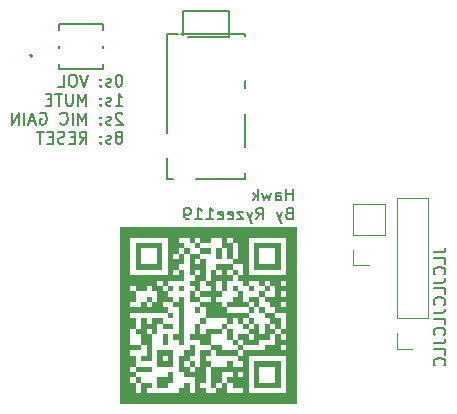
<source format=gbo>
G04 #@! TF.GenerationSoftware,KiCad,Pcbnew,8.0.2*
G04 #@! TF.CreationDate,2024-05-11T12:05:47+10:00*
G04 #@! TF.ProjectId,hawk,6861776b-2e6b-4696-9361-645f70636258,1*
G04 #@! TF.SameCoordinates,Original*
G04 #@! TF.FileFunction,Legend,Bot*
G04 #@! TF.FilePolarity,Positive*
%FSLAX46Y46*%
G04 Gerber Fmt 4.6, Leading zero omitted, Abs format (unit mm)*
G04 Created by KiCad (PCBNEW 8.0.2) date 2024-05-11 12:05:47*
%MOMM*%
%LPD*%
G01*
G04 APERTURE LIST*
%ADD10C,0.150000*%
%ADD11C,0.200000*%
%ADD12C,0.152400*%
%ADD13C,0.000000*%
%ADD14C,0.120000*%
%ADD15C,1.397000*%
%ADD16O,1.371600X2.006600*%
%ADD17C,3.200000*%
%ADD18R,1.700000X1.700000*%
%ADD19O,1.700000X1.700000*%
%ADD20R,1.244600X0.660400*%
G04 APERTURE END LIST*
D10*
X167779819Y-100825493D02*
X168494104Y-100825493D01*
X168494104Y-100825493D02*
X168636961Y-100777874D01*
X168636961Y-100777874D02*
X168732200Y-100682636D01*
X168732200Y-100682636D02*
X168779819Y-100539779D01*
X168779819Y-100539779D02*
X168779819Y-100444541D01*
X168779819Y-101777874D02*
X168779819Y-101301684D01*
X168779819Y-101301684D02*
X167779819Y-101301684D01*
X168684580Y-102682636D02*
X168732200Y-102635017D01*
X168732200Y-102635017D02*
X168779819Y-102492160D01*
X168779819Y-102492160D02*
X168779819Y-102396922D01*
X168779819Y-102396922D02*
X168732200Y-102254065D01*
X168732200Y-102254065D02*
X168636961Y-102158827D01*
X168636961Y-102158827D02*
X168541723Y-102111208D01*
X168541723Y-102111208D02*
X168351247Y-102063589D01*
X168351247Y-102063589D02*
X168208390Y-102063589D01*
X168208390Y-102063589D02*
X168017914Y-102111208D01*
X168017914Y-102111208D02*
X167922676Y-102158827D01*
X167922676Y-102158827D02*
X167827438Y-102254065D01*
X167827438Y-102254065D02*
X167779819Y-102396922D01*
X167779819Y-102396922D02*
X167779819Y-102492160D01*
X167779819Y-102492160D02*
X167827438Y-102635017D01*
X167827438Y-102635017D02*
X167875057Y-102682636D01*
X167779819Y-103396922D02*
X168494104Y-103396922D01*
X168494104Y-103396922D02*
X168636961Y-103349303D01*
X168636961Y-103349303D02*
X168732200Y-103254065D01*
X168732200Y-103254065D02*
X168779819Y-103111208D01*
X168779819Y-103111208D02*
X168779819Y-103015970D01*
X168779819Y-104349303D02*
X168779819Y-103873113D01*
X168779819Y-103873113D02*
X167779819Y-103873113D01*
X168684580Y-105254065D02*
X168732200Y-105206446D01*
X168732200Y-105206446D02*
X168779819Y-105063589D01*
X168779819Y-105063589D02*
X168779819Y-104968351D01*
X168779819Y-104968351D02*
X168732200Y-104825494D01*
X168732200Y-104825494D02*
X168636961Y-104730256D01*
X168636961Y-104730256D02*
X168541723Y-104682637D01*
X168541723Y-104682637D02*
X168351247Y-104635018D01*
X168351247Y-104635018D02*
X168208390Y-104635018D01*
X168208390Y-104635018D02*
X168017914Y-104682637D01*
X168017914Y-104682637D02*
X167922676Y-104730256D01*
X167922676Y-104730256D02*
X167827438Y-104825494D01*
X167827438Y-104825494D02*
X167779819Y-104968351D01*
X167779819Y-104968351D02*
X167779819Y-105063589D01*
X167779819Y-105063589D02*
X167827438Y-105206446D01*
X167827438Y-105206446D02*
X167875057Y-105254065D01*
X167779819Y-105968351D02*
X168494104Y-105968351D01*
X168494104Y-105968351D02*
X168636961Y-105920732D01*
X168636961Y-105920732D02*
X168732200Y-105825494D01*
X168732200Y-105825494D02*
X168779819Y-105682637D01*
X168779819Y-105682637D02*
X168779819Y-105587399D01*
X168779819Y-106920732D02*
X168779819Y-106444542D01*
X168779819Y-106444542D02*
X167779819Y-106444542D01*
X168684580Y-107825494D02*
X168732200Y-107777875D01*
X168732200Y-107777875D02*
X168779819Y-107635018D01*
X168779819Y-107635018D02*
X168779819Y-107539780D01*
X168779819Y-107539780D02*
X168732200Y-107396923D01*
X168732200Y-107396923D02*
X168636961Y-107301685D01*
X168636961Y-107301685D02*
X168541723Y-107254066D01*
X168541723Y-107254066D02*
X168351247Y-107206447D01*
X168351247Y-107206447D02*
X168208390Y-107206447D01*
X168208390Y-107206447D02*
X168017914Y-107254066D01*
X168017914Y-107254066D02*
X167922676Y-107301685D01*
X167922676Y-107301685D02*
X167827438Y-107396923D01*
X167827438Y-107396923D02*
X167779819Y-107539780D01*
X167779819Y-107539780D02*
X167779819Y-107635018D01*
X167779819Y-107635018D02*
X167827438Y-107777875D01*
X167827438Y-107777875D02*
X167875057Y-107825494D01*
X167779819Y-108539780D02*
X168494104Y-108539780D01*
X168494104Y-108539780D02*
X168636961Y-108492161D01*
X168636961Y-108492161D02*
X168732200Y-108396923D01*
X168732200Y-108396923D02*
X168779819Y-108254066D01*
X168779819Y-108254066D02*
X168779819Y-108158828D01*
X168779819Y-109492161D02*
X168779819Y-109015971D01*
X168779819Y-109015971D02*
X167779819Y-109015971D01*
X168684580Y-110396923D02*
X168732200Y-110349304D01*
X168732200Y-110349304D02*
X168779819Y-110206447D01*
X168779819Y-110206447D02*
X168779819Y-110111209D01*
X168779819Y-110111209D02*
X168732200Y-109968352D01*
X168732200Y-109968352D02*
X168636961Y-109873114D01*
X168636961Y-109873114D02*
X168541723Y-109825495D01*
X168541723Y-109825495D02*
X168351247Y-109777876D01*
X168351247Y-109777876D02*
X168208390Y-109777876D01*
X168208390Y-109777876D02*
X168017914Y-109825495D01*
X168017914Y-109825495D02*
X167922676Y-109873114D01*
X167922676Y-109873114D02*
X167827438Y-109968352D01*
X167827438Y-109968352D02*
X167779819Y-110111209D01*
X167779819Y-110111209D02*
X167779819Y-110206447D01*
X167779819Y-110206447D02*
X167827438Y-110349304D01*
X167827438Y-110349304D02*
X167875057Y-110396923D01*
X155875720Y-96428375D02*
X155875720Y-95428375D01*
X155875720Y-95904565D02*
X155304292Y-95904565D01*
X155304292Y-96428375D02*
X155304292Y-95428375D01*
X154399530Y-96428375D02*
X154399530Y-95904565D01*
X154399530Y-95904565D02*
X154447149Y-95809327D01*
X154447149Y-95809327D02*
X154542387Y-95761708D01*
X154542387Y-95761708D02*
X154732863Y-95761708D01*
X154732863Y-95761708D02*
X154828101Y-95809327D01*
X154399530Y-96380756D02*
X154494768Y-96428375D01*
X154494768Y-96428375D02*
X154732863Y-96428375D01*
X154732863Y-96428375D02*
X154828101Y-96380756D01*
X154828101Y-96380756D02*
X154875720Y-96285517D01*
X154875720Y-96285517D02*
X154875720Y-96190279D01*
X154875720Y-96190279D02*
X154828101Y-96095041D01*
X154828101Y-96095041D02*
X154732863Y-96047422D01*
X154732863Y-96047422D02*
X154494768Y-96047422D01*
X154494768Y-96047422D02*
X154399530Y-95999803D01*
X154018577Y-95761708D02*
X153828101Y-96428375D01*
X153828101Y-96428375D02*
X153637625Y-95952184D01*
X153637625Y-95952184D02*
X153447149Y-96428375D01*
X153447149Y-96428375D02*
X153256673Y-95761708D01*
X152875720Y-96428375D02*
X152875720Y-95428375D01*
X152780482Y-96047422D02*
X152494768Y-96428375D01*
X152494768Y-95761708D02*
X152875720Y-96142660D01*
X155542387Y-97514509D02*
X155399530Y-97562128D01*
X155399530Y-97562128D02*
X155351911Y-97609747D01*
X155351911Y-97609747D02*
X155304292Y-97704985D01*
X155304292Y-97704985D02*
X155304292Y-97847842D01*
X155304292Y-97847842D02*
X155351911Y-97943080D01*
X155351911Y-97943080D02*
X155399530Y-97990700D01*
X155399530Y-97990700D02*
X155494768Y-98038319D01*
X155494768Y-98038319D02*
X155875720Y-98038319D01*
X155875720Y-98038319D02*
X155875720Y-97038319D01*
X155875720Y-97038319D02*
X155542387Y-97038319D01*
X155542387Y-97038319D02*
X155447149Y-97085938D01*
X155447149Y-97085938D02*
X155399530Y-97133557D01*
X155399530Y-97133557D02*
X155351911Y-97228795D01*
X155351911Y-97228795D02*
X155351911Y-97324033D01*
X155351911Y-97324033D02*
X155399530Y-97419271D01*
X155399530Y-97419271D02*
X155447149Y-97466890D01*
X155447149Y-97466890D02*
X155542387Y-97514509D01*
X155542387Y-97514509D02*
X155875720Y-97514509D01*
X154970958Y-97371652D02*
X154732863Y-98038319D01*
X154494768Y-97371652D02*
X154732863Y-98038319D01*
X154732863Y-98038319D02*
X154828101Y-98276414D01*
X154828101Y-98276414D02*
X154875720Y-98324033D01*
X154875720Y-98324033D02*
X154970958Y-98371652D01*
X152780482Y-98038319D02*
X153113815Y-97562128D01*
X153351910Y-98038319D02*
X153351910Y-97038319D01*
X153351910Y-97038319D02*
X152970958Y-97038319D01*
X152970958Y-97038319D02*
X152875720Y-97085938D01*
X152875720Y-97085938D02*
X152828101Y-97133557D01*
X152828101Y-97133557D02*
X152780482Y-97228795D01*
X152780482Y-97228795D02*
X152780482Y-97371652D01*
X152780482Y-97371652D02*
X152828101Y-97466890D01*
X152828101Y-97466890D02*
X152875720Y-97514509D01*
X152875720Y-97514509D02*
X152970958Y-97562128D01*
X152970958Y-97562128D02*
X153351910Y-97562128D01*
X152447148Y-97371652D02*
X152209053Y-98038319D01*
X151970958Y-97371652D02*
X152209053Y-98038319D01*
X152209053Y-98038319D02*
X152304291Y-98276414D01*
X152304291Y-98276414D02*
X152351910Y-98324033D01*
X152351910Y-98324033D02*
X152447148Y-98371652D01*
X151685243Y-97371652D02*
X151161434Y-97371652D01*
X151161434Y-97371652D02*
X151685243Y-98038319D01*
X151685243Y-98038319D02*
X151161434Y-98038319D01*
X150399529Y-97990700D02*
X150494767Y-98038319D01*
X150494767Y-98038319D02*
X150685243Y-98038319D01*
X150685243Y-98038319D02*
X150780481Y-97990700D01*
X150780481Y-97990700D02*
X150828100Y-97895461D01*
X150828100Y-97895461D02*
X150828100Y-97514509D01*
X150828100Y-97514509D02*
X150780481Y-97419271D01*
X150780481Y-97419271D02*
X150685243Y-97371652D01*
X150685243Y-97371652D02*
X150494767Y-97371652D01*
X150494767Y-97371652D02*
X150399529Y-97419271D01*
X150399529Y-97419271D02*
X150351910Y-97514509D01*
X150351910Y-97514509D02*
X150351910Y-97609747D01*
X150351910Y-97609747D02*
X150828100Y-97704985D01*
X149542386Y-97990700D02*
X149637624Y-98038319D01*
X149637624Y-98038319D02*
X149828100Y-98038319D01*
X149828100Y-98038319D02*
X149923338Y-97990700D01*
X149923338Y-97990700D02*
X149970957Y-97895461D01*
X149970957Y-97895461D02*
X149970957Y-97514509D01*
X149970957Y-97514509D02*
X149923338Y-97419271D01*
X149923338Y-97419271D02*
X149828100Y-97371652D01*
X149828100Y-97371652D02*
X149637624Y-97371652D01*
X149637624Y-97371652D02*
X149542386Y-97419271D01*
X149542386Y-97419271D02*
X149494767Y-97514509D01*
X149494767Y-97514509D02*
X149494767Y-97609747D01*
X149494767Y-97609747D02*
X149970957Y-97704985D01*
X148542386Y-98038319D02*
X149113814Y-98038319D01*
X148828100Y-98038319D02*
X148828100Y-97038319D01*
X148828100Y-97038319D02*
X148923338Y-97181176D01*
X148923338Y-97181176D02*
X149018576Y-97276414D01*
X149018576Y-97276414D02*
X149113814Y-97324033D01*
X147590005Y-98038319D02*
X148161433Y-98038319D01*
X147875719Y-98038319D02*
X147875719Y-97038319D01*
X147875719Y-97038319D02*
X147970957Y-97181176D01*
X147970957Y-97181176D02*
X148066195Y-97276414D01*
X148066195Y-97276414D02*
X148161433Y-97324033D01*
X147113814Y-98038319D02*
X146923338Y-98038319D01*
X146923338Y-98038319D02*
X146828100Y-97990700D01*
X146828100Y-97990700D02*
X146780481Y-97943080D01*
X146780481Y-97943080D02*
X146685243Y-97800223D01*
X146685243Y-97800223D02*
X146637624Y-97609747D01*
X146637624Y-97609747D02*
X146637624Y-97228795D01*
X146637624Y-97228795D02*
X146685243Y-97133557D01*
X146685243Y-97133557D02*
X146732862Y-97085938D01*
X146732862Y-97085938D02*
X146828100Y-97038319D01*
X146828100Y-97038319D02*
X147018576Y-97038319D01*
X147018576Y-97038319D02*
X147113814Y-97085938D01*
X147113814Y-97085938D02*
X147161433Y-97133557D01*
X147161433Y-97133557D02*
X147209052Y-97228795D01*
X147209052Y-97228795D02*
X147209052Y-97466890D01*
X147209052Y-97466890D02*
X147161433Y-97562128D01*
X147161433Y-97562128D02*
X147113814Y-97609747D01*
X147113814Y-97609747D02*
X147018576Y-97657366D01*
X147018576Y-97657366D02*
X146828100Y-97657366D01*
X146828100Y-97657366D02*
X146732862Y-97609747D01*
X146732862Y-97609747D02*
X146685243Y-97562128D01*
X146685243Y-97562128D02*
X146637624Y-97466890D01*
D11*
X141189850Y-85787219D02*
X141094612Y-85787219D01*
X141094612Y-85787219D02*
X140999374Y-85834838D01*
X140999374Y-85834838D02*
X140951755Y-85882457D01*
X140951755Y-85882457D02*
X140904136Y-85977695D01*
X140904136Y-85977695D02*
X140856517Y-86168171D01*
X140856517Y-86168171D02*
X140856517Y-86406266D01*
X140856517Y-86406266D02*
X140904136Y-86596742D01*
X140904136Y-86596742D02*
X140951755Y-86691980D01*
X140951755Y-86691980D02*
X140999374Y-86739600D01*
X140999374Y-86739600D02*
X141094612Y-86787219D01*
X141094612Y-86787219D02*
X141189850Y-86787219D01*
X141189850Y-86787219D02*
X141285088Y-86739600D01*
X141285088Y-86739600D02*
X141332707Y-86691980D01*
X141332707Y-86691980D02*
X141380326Y-86596742D01*
X141380326Y-86596742D02*
X141427945Y-86406266D01*
X141427945Y-86406266D02*
X141427945Y-86168171D01*
X141427945Y-86168171D02*
X141380326Y-85977695D01*
X141380326Y-85977695D02*
X141332707Y-85882457D01*
X141332707Y-85882457D02*
X141285088Y-85834838D01*
X141285088Y-85834838D02*
X141189850Y-85787219D01*
X140475564Y-86739600D02*
X140380326Y-86787219D01*
X140380326Y-86787219D02*
X140189850Y-86787219D01*
X140189850Y-86787219D02*
X140094612Y-86739600D01*
X140094612Y-86739600D02*
X140046993Y-86644361D01*
X140046993Y-86644361D02*
X140046993Y-86596742D01*
X140046993Y-86596742D02*
X140094612Y-86501504D01*
X140094612Y-86501504D02*
X140189850Y-86453885D01*
X140189850Y-86453885D02*
X140332707Y-86453885D01*
X140332707Y-86453885D02*
X140427945Y-86406266D01*
X140427945Y-86406266D02*
X140475564Y-86311028D01*
X140475564Y-86311028D02*
X140475564Y-86263409D01*
X140475564Y-86263409D02*
X140427945Y-86168171D01*
X140427945Y-86168171D02*
X140332707Y-86120552D01*
X140332707Y-86120552D02*
X140189850Y-86120552D01*
X140189850Y-86120552D02*
X140094612Y-86168171D01*
X139618421Y-86691980D02*
X139570802Y-86739600D01*
X139570802Y-86739600D02*
X139618421Y-86787219D01*
X139618421Y-86787219D02*
X139666040Y-86739600D01*
X139666040Y-86739600D02*
X139618421Y-86691980D01*
X139618421Y-86691980D02*
X139618421Y-86787219D01*
X139618421Y-86168171D02*
X139570802Y-86215790D01*
X139570802Y-86215790D02*
X139618421Y-86263409D01*
X139618421Y-86263409D02*
X139666040Y-86215790D01*
X139666040Y-86215790D02*
X139618421Y-86168171D01*
X139618421Y-86168171D02*
X139618421Y-86263409D01*
X138523183Y-85787219D02*
X138189850Y-86787219D01*
X138189850Y-86787219D02*
X137856517Y-85787219D01*
X137332707Y-85787219D02*
X137142231Y-85787219D01*
X137142231Y-85787219D02*
X137046993Y-85834838D01*
X137046993Y-85834838D02*
X136951755Y-85930076D01*
X136951755Y-85930076D02*
X136904136Y-86120552D01*
X136904136Y-86120552D02*
X136904136Y-86453885D01*
X136904136Y-86453885D02*
X136951755Y-86644361D01*
X136951755Y-86644361D02*
X137046993Y-86739600D01*
X137046993Y-86739600D02*
X137142231Y-86787219D01*
X137142231Y-86787219D02*
X137332707Y-86787219D01*
X137332707Y-86787219D02*
X137427945Y-86739600D01*
X137427945Y-86739600D02*
X137523183Y-86644361D01*
X137523183Y-86644361D02*
X137570802Y-86453885D01*
X137570802Y-86453885D02*
X137570802Y-86120552D01*
X137570802Y-86120552D02*
X137523183Y-85930076D01*
X137523183Y-85930076D02*
X137427945Y-85834838D01*
X137427945Y-85834838D02*
X137332707Y-85787219D01*
X135999374Y-86787219D02*
X136475564Y-86787219D01*
X136475564Y-86787219D02*
X136475564Y-85787219D01*
X140856517Y-88397163D02*
X141427945Y-88397163D01*
X141142231Y-88397163D02*
X141142231Y-87397163D01*
X141142231Y-87397163D02*
X141237469Y-87540020D01*
X141237469Y-87540020D02*
X141332707Y-87635258D01*
X141332707Y-87635258D02*
X141427945Y-87682877D01*
X140475564Y-88349544D02*
X140380326Y-88397163D01*
X140380326Y-88397163D02*
X140189850Y-88397163D01*
X140189850Y-88397163D02*
X140094612Y-88349544D01*
X140094612Y-88349544D02*
X140046993Y-88254305D01*
X140046993Y-88254305D02*
X140046993Y-88206686D01*
X140046993Y-88206686D02*
X140094612Y-88111448D01*
X140094612Y-88111448D02*
X140189850Y-88063829D01*
X140189850Y-88063829D02*
X140332707Y-88063829D01*
X140332707Y-88063829D02*
X140427945Y-88016210D01*
X140427945Y-88016210D02*
X140475564Y-87920972D01*
X140475564Y-87920972D02*
X140475564Y-87873353D01*
X140475564Y-87873353D02*
X140427945Y-87778115D01*
X140427945Y-87778115D02*
X140332707Y-87730496D01*
X140332707Y-87730496D02*
X140189850Y-87730496D01*
X140189850Y-87730496D02*
X140094612Y-87778115D01*
X139618421Y-88301924D02*
X139570802Y-88349544D01*
X139570802Y-88349544D02*
X139618421Y-88397163D01*
X139618421Y-88397163D02*
X139666040Y-88349544D01*
X139666040Y-88349544D02*
X139618421Y-88301924D01*
X139618421Y-88301924D02*
X139618421Y-88397163D01*
X139618421Y-87778115D02*
X139570802Y-87825734D01*
X139570802Y-87825734D02*
X139618421Y-87873353D01*
X139618421Y-87873353D02*
X139666040Y-87825734D01*
X139666040Y-87825734D02*
X139618421Y-87778115D01*
X139618421Y-87778115D02*
X139618421Y-87873353D01*
X138380326Y-88397163D02*
X138380326Y-87397163D01*
X138380326Y-87397163D02*
X138046993Y-88111448D01*
X138046993Y-88111448D02*
X137713660Y-87397163D01*
X137713660Y-87397163D02*
X137713660Y-88397163D01*
X137237469Y-87397163D02*
X137237469Y-88206686D01*
X137237469Y-88206686D02*
X137189850Y-88301924D01*
X137189850Y-88301924D02*
X137142231Y-88349544D01*
X137142231Y-88349544D02*
X137046993Y-88397163D01*
X137046993Y-88397163D02*
X136856517Y-88397163D01*
X136856517Y-88397163D02*
X136761279Y-88349544D01*
X136761279Y-88349544D02*
X136713660Y-88301924D01*
X136713660Y-88301924D02*
X136666041Y-88206686D01*
X136666041Y-88206686D02*
X136666041Y-87397163D01*
X136332707Y-87397163D02*
X135761279Y-87397163D01*
X136046993Y-88397163D02*
X136046993Y-87397163D01*
X135427945Y-87873353D02*
X135094612Y-87873353D01*
X134951755Y-88397163D02*
X135427945Y-88397163D01*
X135427945Y-88397163D02*
X135427945Y-87397163D01*
X135427945Y-87397163D02*
X134951755Y-87397163D01*
X141427945Y-89102345D02*
X141380326Y-89054726D01*
X141380326Y-89054726D02*
X141285088Y-89007107D01*
X141285088Y-89007107D02*
X141046993Y-89007107D01*
X141046993Y-89007107D02*
X140951755Y-89054726D01*
X140951755Y-89054726D02*
X140904136Y-89102345D01*
X140904136Y-89102345D02*
X140856517Y-89197583D01*
X140856517Y-89197583D02*
X140856517Y-89292821D01*
X140856517Y-89292821D02*
X140904136Y-89435678D01*
X140904136Y-89435678D02*
X141475564Y-90007107D01*
X141475564Y-90007107D02*
X140856517Y-90007107D01*
X140475564Y-89959488D02*
X140380326Y-90007107D01*
X140380326Y-90007107D02*
X140189850Y-90007107D01*
X140189850Y-90007107D02*
X140094612Y-89959488D01*
X140094612Y-89959488D02*
X140046993Y-89864249D01*
X140046993Y-89864249D02*
X140046993Y-89816630D01*
X140046993Y-89816630D02*
X140094612Y-89721392D01*
X140094612Y-89721392D02*
X140189850Y-89673773D01*
X140189850Y-89673773D02*
X140332707Y-89673773D01*
X140332707Y-89673773D02*
X140427945Y-89626154D01*
X140427945Y-89626154D02*
X140475564Y-89530916D01*
X140475564Y-89530916D02*
X140475564Y-89483297D01*
X140475564Y-89483297D02*
X140427945Y-89388059D01*
X140427945Y-89388059D02*
X140332707Y-89340440D01*
X140332707Y-89340440D02*
X140189850Y-89340440D01*
X140189850Y-89340440D02*
X140094612Y-89388059D01*
X139618421Y-89911868D02*
X139570802Y-89959488D01*
X139570802Y-89959488D02*
X139618421Y-90007107D01*
X139618421Y-90007107D02*
X139666040Y-89959488D01*
X139666040Y-89959488D02*
X139618421Y-89911868D01*
X139618421Y-89911868D02*
X139618421Y-90007107D01*
X139618421Y-89388059D02*
X139570802Y-89435678D01*
X139570802Y-89435678D02*
X139618421Y-89483297D01*
X139618421Y-89483297D02*
X139666040Y-89435678D01*
X139666040Y-89435678D02*
X139618421Y-89388059D01*
X139618421Y-89388059D02*
X139618421Y-89483297D01*
X138380326Y-90007107D02*
X138380326Y-89007107D01*
X138380326Y-89007107D02*
X138046993Y-89721392D01*
X138046993Y-89721392D02*
X137713660Y-89007107D01*
X137713660Y-89007107D02*
X137713660Y-90007107D01*
X137237469Y-90007107D02*
X137237469Y-89007107D01*
X136189851Y-89911868D02*
X136237470Y-89959488D01*
X136237470Y-89959488D02*
X136380327Y-90007107D01*
X136380327Y-90007107D02*
X136475565Y-90007107D01*
X136475565Y-90007107D02*
X136618422Y-89959488D01*
X136618422Y-89959488D02*
X136713660Y-89864249D01*
X136713660Y-89864249D02*
X136761279Y-89769011D01*
X136761279Y-89769011D02*
X136808898Y-89578535D01*
X136808898Y-89578535D02*
X136808898Y-89435678D01*
X136808898Y-89435678D02*
X136761279Y-89245202D01*
X136761279Y-89245202D02*
X136713660Y-89149964D01*
X136713660Y-89149964D02*
X136618422Y-89054726D01*
X136618422Y-89054726D02*
X136475565Y-89007107D01*
X136475565Y-89007107D02*
X136380327Y-89007107D01*
X136380327Y-89007107D02*
X136237470Y-89054726D01*
X136237470Y-89054726D02*
X136189851Y-89102345D01*
X134475565Y-89054726D02*
X134570803Y-89007107D01*
X134570803Y-89007107D02*
X134713660Y-89007107D01*
X134713660Y-89007107D02*
X134856517Y-89054726D01*
X134856517Y-89054726D02*
X134951755Y-89149964D01*
X134951755Y-89149964D02*
X134999374Y-89245202D01*
X134999374Y-89245202D02*
X135046993Y-89435678D01*
X135046993Y-89435678D02*
X135046993Y-89578535D01*
X135046993Y-89578535D02*
X134999374Y-89769011D01*
X134999374Y-89769011D02*
X134951755Y-89864249D01*
X134951755Y-89864249D02*
X134856517Y-89959488D01*
X134856517Y-89959488D02*
X134713660Y-90007107D01*
X134713660Y-90007107D02*
X134618422Y-90007107D01*
X134618422Y-90007107D02*
X134475565Y-89959488D01*
X134475565Y-89959488D02*
X134427946Y-89911868D01*
X134427946Y-89911868D02*
X134427946Y-89578535D01*
X134427946Y-89578535D02*
X134618422Y-89578535D01*
X134046993Y-89721392D02*
X133570803Y-89721392D01*
X134142231Y-90007107D02*
X133808898Y-89007107D01*
X133808898Y-89007107D02*
X133475565Y-90007107D01*
X133142231Y-90007107D02*
X133142231Y-89007107D01*
X132666041Y-90007107D02*
X132666041Y-89007107D01*
X132666041Y-89007107D02*
X132094613Y-90007107D01*
X132094613Y-90007107D02*
X132094613Y-89007107D01*
X141237469Y-91045622D02*
X141332707Y-90998003D01*
X141332707Y-90998003D02*
X141380326Y-90950384D01*
X141380326Y-90950384D02*
X141427945Y-90855146D01*
X141427945Y-90855146D02*
X141427945Y-90807527D01*
X141427945Y-90807527D02*
X141380326Y-90712289D01*
X141380326Y-90712289D02*
X141332707Y-90664670D01*
X141332707Y-90664670D02*
X141237469Y-90617051D01*
X141237469Y-90617051D02*
X141046993Y-90617051D01*
X141046993Y-90617051D02*
X140951755Y-90664670D01*
X140951755Y-90664670D02*
X140904136Y-90712289D01*
X140904136Y-90712289D02*
X140856517Y-90807527D01*
X140856517Y-90807527D02*
X140856517Y-90855146D01*
X140856517Y-90855146D02*
X140904136Y-90950384D01*
X140904136Y-90950384D02*
X140951755Y-90998003D01*
X140951755Y-90998003D02*
X141046993Y-91045622D01*
X141046993Y-91045622D02*
X141237469Y-91045622D01*
X141237469Y-91045622D02*
X141332707Y-91093241D01*
X141332707Y-91093241D02*
X141380326Y-91140860D01*
X141380326Y-91140860D02*
X141427945Y-91236098D01*
X141427945Y-91236098D02*
X141427945Y-91426574D01*
X141427945Y-91426574D02*
X141380326Y-91521812D01*
X141380326Y-91521812D02*
X141332707Y-91569432D01*
X141332707Y-91569432D02*
X141237469Y-91617051D01*
X141237469Y-91617051D02*
X141046993Y-91617051D01*
X141046993Y-91617051D02*
X140951755Y-91569432D01*
X140951755Y-91569432D02*
X140904136Y-91521812D01*
X140904136Y-91521812D02*
X140856517Y-91426574D01*
X140856517Y-91426574D02*
X140856517Y-91236098D01*
X140856517Y-91236098D02*
X140904136Y-91140860D01*
X140904136Y-91140860D02*
X140951755Y-91093241D01*
X140951755Y-91093241D02*
X141046993Y-91045622D01*
X140475564Y-91569432D02*
X140380326Y-91617051D01*
X140380326Y-91617051D02*
X140189850Y-91617051D01*
X140189850Y-91617051D02*
X140094612Y-91569432D01*
X140094612Y-91569432D02*
X140046993Y-91474193D01*
X140046993Y-91474193D02*
X140046993Y-91426574D01*
X140046993Y-91426574D02*
X140094612Y-91331336D01*
X140094612Y-91331336D02*
X140189850Y-91283717D01*
X140189850Y-91283717D02*
X140332707Y-91283717D01*
X140332707Y-91283717D02*
X140427945Y-91236098D01*
X140427945Y-91236098D02*
X140475564Y-91140860D01*
X140475564Y-91140860D02*
X140475564Y-91093241D01*
X140475564Y-91093241D02*
X140427945Y-90998003D01*
X140427945Y-90998003D02*
X140332707Y-90950384D01*
X140332707Y-90950384D02*
X140189850Y-90950384D01*
X140189850Y-90950384D02*
X140094612Y-90998003D01*
X139618421Y-91521812D02*
X139570802Y-91569432D01*
X139570802Y-91569432D02*
X139618421Y-91617051D01*
X139618421Y-91617051D02*
X139666040Y-91569432D01*
X139666040Y-91569432D02*
X139618421Y-91521812D01*
X139618421Y-91521812D02*
X139618421Y-91617051D01*
X139618421Y-90998003D02*
X139570802Y-91045622D01*
X139570802Y-91045622D02*
X139618421Y-91093241D01*
X139618421Y-91093241D02*
X139666040Y-91045622D01*
X139666040Y-91045622D02*
X139618421Y-90998003D01*
X139618421Y-90998003D02*
X139618421Y-91093241D01*
X137808898Y-91617051D02*
X138142231Y-91140860D01*
X138380326Y-91617051D02*
X138380326Y-90617051D01*
X138380326Y-90617051D02*
X137999374Y-90617051D01*
X137999374Y-90617051D02*
X137904136Y-90664670D01*
X137904136Y-90664670D02*
X137856517Y-90712289D01*
X137856517Y-90712289D02*
X137808898Y-90807527D01*
X137808898Y-90807527D02*
X137808898Y-90950384D01*
X137808898Y-90950384D02*
X137856517Y-91045622D01*
X137856517Y-91045622D02*
X137904136Y-91093241D01*
X137904136Y-91093241D02*
X137999374Y-91140860D01*
X137999374Y-91140860D02*
X138380326Y-91140860D01*
X137380326Y-91093241D02*
X137046993Y-91093241D01*
X136904136Y-91617051D02*
X137380326Y-91617051D01*
X137380326Y-91617051D02*
X137380326Y-90617051D01*
X137380326Y-90617051D02*
X136904136Y-90617051D01*
X136523183Y-91569432D02*
X136380326Y-91617051D01*
X136380326Y-91617051D02*
X136142231Y-91617051D01*
X136142231Y-91617051D02*
X136046993Y-91569432D01*
X136046993Y-91569432D02*
X135999374Y-91521812D01*
X135999374Y-91521812D02*
X135951755Y-91426574D01*
X135951755Y-91426574D02*
X135951755Y-91331336D01*
X135951755Y-91331336D02*
X135999374Y-91236098D01*
X135999374Y-91236098D02*
X136046993Y-91188479D01*
X136046993Y-91188479D02*
X136142231Y-91140860D01*
X136142231Y-91140860D02*
X136332707Y-91093241D01*
X136332707Y-91093241D02*
X136427945Y-91045622D01*
X136427945Y-91045622D02*
X136475564Y-90998003D01*
X136475564Y-90998003D02*
X136523183Y-90902765D01*
X136523183Y-90902765D02*
X136523183Y-90807527D01*
X136523183Y-90807527D02*
X136475564Y-90712289D01*
X136475564Y-90712289D02*
X136427945Y-90664670D01*
X136427945Y-90664670D02*
X136332707Y-90617051D01*
X136332707Y-90617051D02*
X136094612Y-90617051D01*
X136094612Y-90617051D02*
X135951755Y-90664670D01*
X135523183Y-91093241D02*
X135189850Y-91093241D01*
X135046993Y-91617051D02*
X135523183Y-91617051D01*
X135523183Y-91617051D02*
X135523183Y-90617051D01*
X135523183Y-90617051D02*
X135046993Y-90617051D01*
X134761278Y-90617051D02*
X134189850Y-90617051D01*
X134475564Y-91617051D02*
X134475564Y-90617051D01*
D12*
X151776600Y-82536141D02*
X151776600Y-82373000D01*
X151776600Y-86921161D02*
X151776600Y-85063859D01*
X151776600Y-91921161D02*
X151776600Y-89078838D01*
X151776600Y-94615800D02*
X151776600Y-94078838D01*
X147673880Y-94615800D02*
X151776600Y-94615800D01*
X150430400Y-82627000D02*
X150430400Y-80366400D01*
X146983112Y-82627000D02*
X150430400Y-82627000D01*
X150430400Y-80366400D02*
X146569600Y-80366400D01*
X146569600Y-80366400D02*
X146569600Y-82400289D01*
X151776600Y-82373000D02*
X146435399Y-82373000D01*
X145223400Y-94615800D02*
X145726121Y-94615800D01*
X146164599Y-82373000D02*
X145223400Y-82373000D01*
X145223400Y-82373000D02*
X145223400Y-90721161D01*
X145223400Y-92878838D02*
X145223400Y-94615800D01*
D13*
G36*
X143938323Y-110723311D02*
G01*
X143938323Y-110950677D01*
X143256226Y-110950677D01*
X142574129Y-110950677D01*
X142574129Y-110723311D01*
X142574129Y-110495945D01*
X143256226Y-110495945D01*
X143938323Y-110495945D01*
X143938323Y-110723311D01*
G37*
G36*
X143028860Y-111632774D02*
G01*
X143028860Y-111860140D01*
X142801494Y-111860140D01*
X142574129Y-111860140D01*
X142574129Y-111632774D01*
X142574129Y-111405408D01*
X142801494Y-111405408D01*
X143028860Y-111405408D01*
X143028860Y-111632774D01*
G37*
G36*
X143938323Y-104811802D02*
G01*
X143938323Y-105039168D01*
X143710957Y-105039168D01*
X143483592Y-105039168D01*
X143483592Y-104811802D01*
X143483592Y-104584436D01*
X143710957Y-104584436D01*
X143938323Y-104584436D01*
X143938323Y-104811802D01*
G37*
G36*
X145302518Y-108222288D02*
G01*
X145302518Y-108677020D01*
X145075152Y-108677020D01*
X144847786Y-108677020D01*
X144847786Y-108222288D01*
X144847786Y-107767557D01*
X145075152Y-107767557D01*
X145302518Y-107767557D01*
X145302518Y-108222288D01*
G37*
G36*
X145757249Y-103902339D02*
G01*
X145757249Y-104129705D01*
X145529883Y-104129705D01*
X145302518Y-104129705D01*
X145302518Y-103902339D01*
X145302518Y-103674974D01*
X145529883Y-103674974D01*
X145757249Y-103674974D01*
X145757249Y-103902339D01*
G37*
G36*
X145757249Y-106175997D02*
G01*
X145757249Y-106403362D01*
X145529883Y-106403362D01*
X145302518Y-106403362D01*
X145302518Y-106175997D01*
X145302518Y-105948631D01*
X145529883Y-105948631D01*
X145757249Y-105948631D01*
X145757249Y-106175997D01*
G37*
G36*
X146666712Y-103902339D02*
G01*
X146666712Y-104129705D01*
X146439346Y-104129705D01*
X146211980Y-104129705D01*
X146211980Y-103902339D01*
X146211980Y-103674974D01*
X146439346Y-103674974D01*
X146666712Y-103674974D01*
X146666712Y-103902339D01*
G37*
G36*
X147576175Y-110268580D02*
G01*
X147576175Y-110495945D01*
X147348809Y-110495945D01*
X147121443Y-110495945D01*
X147121443Y-110268580D01*
X147121443Y-110041214D01*
X147348809Y-110041214D01*
X147576175Y-110041214D01*
X147576175Y-110268580D01*
G37*
G36*
X148030906Y-105721265D02*
G01*
X148030906Y-105948631D01*
X147803541Y-105948631D01*
X147576175Y-105948631D01*
X147576175Y-105721265D01*
X147576175Y-105493899D01*
X147803541Y-105493899D01*
X148030906Y-105493899D01*
X148030906Y-105721265D01*
G37*
G36*
X148485638Y-106630728D02*
G01*
X148485638Y-106858094D01*
X148258272Y-106858094D01*
X148030906Y-106858094D01*
X148030906Y-106630728D01*
X148030906Y-106403362D01*
X148258272Y-106403362D01*
X148485638Y-106403362D01*
X148485638Y-106630728D01*
G37*
G36*
X149849832Y-100946585D02*
G01*
X149849832Y-101401316D01*
X149622466Y-101401316D01*
X149395101Y-101401316D01*
X149395101Y-100946585D01*
X149395101Y-100491853D01*
X149622466Y-100491853D01*
X149849832Y-100491853D01*
X149849832Y-100946585D01*
G37*
G36*
X152123489Y-107085459D02*
G01*
X152123489Y-107312825D01*
X151896124Y-107312825D01*
X151668758Y-107312825D01*
X151668758Y-107085459D01*
X151668758Y-106858094D01*
X151896124Y-106858094D01*
X152123489Y-106858094D01*
X152123489Y-107085459D01*
G37*
G36*
X152578221Y-103902339D02*
G01*
X152578221Y-104129705D01*
X152350855Y-104129705D01*
X152123489Y-104129705D01*
X152123489Y-103902339D01*
X152123489Y-103674974D01*
X152350855Y-103674974D01*
X152578221Y-103674974D01*
X152578221Y-103902339D01*
G37*
G36*
X152578221Y-105721265D02*
G01*
X152578221Y-105948631D01*
X152350855Y-105948631D01*
X152123489Y-105948631D01*
X152123489Y-105721265D01*
X152123489Y-105493899D01*
X152350855Y-105493899D01*
X152578221Y-105493899D01*
X152578221Y-105721265D01*
G37*
G36*
X152578221Y-106630728D02*
G01*
X152578221Y-106858094D01*
X152350855Y-106858094D01*
X152123489Y-106858094D01*
X152123489Y-106630728D01*
X152123489Y-106403362D01*
X152350855Y-106403362D01*
X152578221Y-106403362D01*
X152578221Y-106630728D01*
G37*
G36*
X153487684Y-104357071D02*
G01*
X153487684Y-104584436D01*
X153260318Y-104584436D01*
X153032952Y-104584436D01*
X153032952Y-104357071D01*
X153032952Y-104129705D01*
X153260318Y-104129705D01*
X153487684Y-104129705D01*
X153487684Y-104357071D01*
G37*
G36*
X153942415Y-103902339D02*
G01*
X153942415Y-104129705D01*
X153715049Y-104129705D01*
X153487684Y-104129705D01*
X153487684Y-103902339D01*
X153487684Y-103674974D01*
X153715049Y-103674974D01*
X153942415Y-103674974D01*
X153942415Y-103902339D01*
G37*
G36*
X145757249Y-111405408D02*
G01*
X145757249Y-111860140D01*
X145529883Y-111860140D01*
X145302518Y-111860140D01*
X145302518Y-112087506D01*
X145302518Y-112314871D01*
X144847786Y-112314871D01*
X144393055Y-112314871D01*
X144393055Y-111860140D01*
X144393055Y-111405408D01*
X144847786Y-111405408D01*
X145302518Y-111405408D01*
X145302518Y-111178043D01*
X145302518Y-110950677D01*
X145529883Y-110950677D01*
X145757249Y-110950677D01*
X145757249Y-111405408D01*
G37*
G36*
X144821801Y-101173951D02*
G01*
X144821801Y-102284795D01*
X143710957Y-102284795D01*
X142600113Y-102284795D01*
X142600113Y-101173951D01*
X142600113Y-100491853D01*
X143028860Y-100491853D01*
X143028860Y-101173951D01*
X143028860Y-101856048D01*
X143710957Y-101856048D01*
X144393055Y-101856048D01*
X144393055Y-101173951D01*
X144393055Y-100491853D01*
X143710957Y-100491853D01*
X143028860Y-100491853D01*
X142600113Y-100491853D01*
X142600113Y-100063107D01*
X143710957Y-100063107D01*
X144821801Y-100063107D01*
X144821801Y-100491853D01*
X144821801Y-101173951D01*
G37*
G36*
X145757249Y-109813848D02*
G01*
X145757249Y-110495945D01*
X145075152Y-110495945D01*
X144393055Y-110495945D01*
X144393055Y-109813848D01*
X144393055Y-109586482D01*
X144847786Y-109586482D01*
X144847786Y-109813848D01*
X144847786Y-110041214D01*
X145075152Y-110041214D01*
X145302518Y-110041214D01*
X145302518Y-109813848D01*
X145302518Y-109586482D01*
X145075152Y-109586482D01*
X144847786Y-109586482D01*
X144393055Y-109586482D01*
X144393055Y-109131751D01*
X145075152Y-109131751D01*
X145757249Y-109131751D01*
X145757249Y-109586482D01*
X145757249Y-109813848D01*
G37*
G36*
X154825893Y-101173951D02*
G01*
X154825893Y-102284795D01*
X153715049Y-102284795D01*
X152604205Y-102284795D01*
X152604205Y-101173951D01*
X152604205Y-100491853D01*
X153032952Y-100491853D01*
X153032952Y-101173951D01*
X153032952Y-101856048D01*
X153715049Y-101856048D01*
X154397147Y-101856048D01*
X154397147Y-101173951D01*
X154397147Y-100491853D01*
X153715049Y-100491853D01*
X153032952Y-100491853D01*
X152604205Y-100491853D01*
X152604205Y-100063107D01*
X153715049Y-100063107D01*
X154825893Y-100063107D01*
X154825893Y-100491853D01*
X154825893Y-101173951D01*
G37*
G36*
X154825893Y-111178043D02*
G01*
X154825893Y-112288887D01*
X153715049Y-112288887D01*
X152604205Y-112288887D01*
X152604205Y-111178043D01*
X152604205Y-110495945D01*
X153032952Y-110495945D01*
X153032952Y-111178043D01*
X153032952Y-111860140D01*
X153715049Y-111860140D01*
X154397147Y-111860140D01*
X154397147Y-111178043D01*
X154397147Y-110495945D01*
X153715049Y-110495945D01*
X153032952Y-110495945D01*
X152604205Y-110495945D01*
X152604205Y-110067199D01*
X153715049Y-110067199D01*
X154825893Y-110067199D01*
X154825893Y-110495945D01*
X154825893Y-111178043D01*
G37*
G36*
X146666712Y-106630728D02*
G01*
X146666712Y-108677020D01*
X146439346Y-108677020D01*
X146211980Y-108677020D01*
X146211980Y-108449654D01*
X146211980Y-108222288D01*
X145984615Y-108222288D01*
X145757249Y-108222288D01*
X145757249Y-107994922D01*
X145757249Y-107767557D01*
X145984615Y-107767557D01*
X146211980Y-107767557D01*
X146211980Y-106630728D01*
X146211980Y-105493899D01*
X145984615Y-105493899D01*
X145757249Y-105493899D01*
X145757249Y-105266534D01*
X145757249Y-105039168D01*
X145984615Y-105039168D01*
X146211980Y-105039168D01*
X146211980Y-104811802D01*
X146211980Y-104584436D01*
X146439346Y-104584436D01*
X146666712Y-104584436D01*
X146666712Y-106630728D01*
G37*
G36*
X150986661Y-108222288D02*
G01*
X151214026Y-108222288D01*
X151214026Y-108449654D01*
X151214026Y-108677020D01*
X150986661Y-108677020D01*
X150759295Y-108677020D01*
X150759295Y-108449654D01*
X150759295Y-108222288D01*
X150986661Y-108222288D01*
G37*
G36*
X150531929Y-107312825D02*
G01*
X150759295Y-107312825D01*
X150759295Y-107767557D01*
X150759295Y-108222288D01*
X150531929Y-108222288D01*
X150304564Y-108222288D01*
X150304564Y-107767557D01*
X150304564Y-107312825D01*
X150531929Y-107312825D01*
G37*
G36*
X150304564Y-107085459D02*
G01*
X150304564Y-107312825D01*
X150077198Y-107312825D01*
X149849832Y-107312825D01*
X149849832Y-107085459D01*
X149849832Y-106858094D01*
X150077198Y-106858094D01*
X150304564Y-106858094D01*
X150304564Y-107085459D01*
G37*
G36*
X149395101Y-108677020D02*
G01*
X149849832Y-108677020D01*
X149849832Y-108904385D01*
X149849832Y-109131751D01*
X150531929Y-109131751D01*
X151214026Y-109131751D01*
X151214026Y-108904385D01*
X151214026Y-108677020D01*
X151441392Y-108677020D01*
X151668758Y-108677020D01*
X151668758Y-108904385D01*
X151668758Y-109131751D01*
X151441392Y-109131751D01*
X151214026Y-109131751D01*
X151214026Y-109359117D01*
X151214026Y-109586482D01*
X150304564Y-109586482D01*
X149395101Y-109586482D01*
X149395101Y-109359117D01*
X149395101Y-109131751D01*
X149167735Y-109131751D01*
X148940369Y-109131751D01*
X148940369Y-108904385D01*
X148940369Y-108677020D01*
X149395101Y-108677020D01*
G37*
G36*
X148030906Y-107312825D02*
G01*
X148030906Y-107767557D01*
X148258272Y-107767557D01*
X148485638Y-107767557D01*
X148485638Y-107540191D01*
X148485638Y-107312825D01*
X149167735Y-107312825D01*
X149849832Y-107312825D01*
X149849832Y-107540191D01*
X149849832Y-107767557D01*
X149395101Y-107767557D01*
X148940369Y-107767557D01*
X148940369Y-108222288D01*
X148940369Y-108677020D01*
X148485638Y-108677020D01*
X148030906Y-108677020D01*
X148030906Y-108449654D01*
X148030906Y-108222288D01*
X147576175Y-108222288D01*
X147121443Y-108222288D01*
X147121443Y-107994922D01*
X147121443Y-107767557D01*
X147348809Y-107767557D01*
X147576175Y-107767557D01*
X147576175Y-107312825D01*
X147576175Y-106858094D01*
X147803541Y-106858094D01*
X148030906Y-106858094D01*
X148030906Y-107312825D01*
G37*
G36*
X144393055Y-107767557D02*
G01*
X144165689Y-107767557D01*
X143938323Y-107767557D01*
X143938323Y-108904385D01*
X143938323Y-110041214D01*
X143483592Y-110041214D01*
X143028860Y-110041214D01*
X143028860Y-109813848D01*
X143028860Y-109586482D01*
X143256226Y-109586482D01*
X143483592Y-109586482D01*
X143483592Y-109131751D01*
X143483592Y-108677020D01*
X143256226Y-108677020D01*
X143028860Y-108677020D01*
X143028860Y-108222288D01*
X143028860Y-107767557D01*
X142801494Y-107767557D01*
X142574129Y-107767557D01*
X142574129Y-107540191D01*
X142574129Y-107312825D01*
X142801494Y-107312825D01*
X143028860Y-107312825D01*
X143483592Y-107312825D01*
X143483592Y-107540191D01*
X143483592Y-107767557D01*
X143710957Y-107767557D01*
X143938323Y-107767557D01*
X143938323Y-107540191D01*
X143938323Y-107312825D01*
X143710957Y-107312825D01*
X143483592Y-107312825D01*
X143028860Y-107312825D01*
X143028860Y-106858094D01*
X143028860Y-106403362D01*
X143256226Y-106403362D01*
X143483592Y-106403362D01*
X143483592Y-106630728D01*
X143483592Y-106858094D01*
X143710957Y-106858094D01*
X143938323Y-106858094D01*
X143938323Y-106630728D01*
X143938323Y-106403362D01*
X144393055Y-106403362D01*
X144847786Y-106403362D01*
X144847786Y-106630728D01*
X144847786Y-106858094D01*
X144620420Y-106858094D01*
X144393055Y-106858094D01*
X144393055Y-107312825D01*
X144393055Y-107767557D01*
G37*
G36*
X145302518Y-106858094D02*
G01*
X145757249Y-106858094D01*
X145757249Y-107085459D01*
X145757249Y-107312825D01*
X145302518Y-107312825D01*
X144847786Y-107312825D01*
X144847786Y-107085459D01*
X144847786Y-106858094D01*
X145302518Y-106858094D01*
G37*
G36*
X153942415Y-105948631D02*
G01*
X154397147Y-105948631D01*
X154397147Y-106175997D01*
X154397147Y-106403362D01*
X154624512Y-106403362D01*
X154851878Y-106403362D01*
X154851878Y-106858094D01*
X154851878Y-107312825D01*
X154624512Y-107312825D01*
X154397147Y-107312825D01*
X154397147Y-107540191D01*
X154397147Y-107767557D01*
X154169781Y-107767557D01*
X153942415Y-107767557D01*
X153942415Y-107994922D01*
X153942415Y-108222288D01*
X153487684Y-108222288D01*
X153032952Y-108222288D01*
X153032952Y-108449654D01*
X153032952Y-108677020D01*
X152350855Y-108677020D01*
X151668758Y-108677020D01*
X151668758Y-108449654D01*
X151668758Y-108222288D01*
X151441392Y-108222288D01*
X151214026Y-108222288D01*
X151214026Y-107994922D01*
X151214026Y-107767557D01*
X151668758Y-107767557D01*
X152123489Y-107767557D01*
X152123489Y-107994922D01*
X152123489Y-108222288D01*
X152350855Y-108222288D01*
X152578221Y-108222288D01*
X152578221Y-107994922D01*
X152578221Y-107767557D01*
X152350855Y-107767557D01*
X152123489Y-107767557D01*
X152123489Y-107540191D01*
X152123489Y-107312825D01*
X152350855Y-107312825D01*
X152578221Y-107312825D01*
X152578221Y-107085459D01*
X152578221Y-106858094D01*
X152805587Y-106858094D01*
X153032952Y-106858094D01*
X153032952Y-107312825D01*
X153032952Y-107767557D01*
X153260318Y-107767557D01*
X153487684Y-107767557D01*
X153487684Y-107312825D01*
X153487684Y-106858094D01*
X153715049Y-106858094D01*
X153942415Y-106858094D01*
X153942415Y-107085459D01*
X153942415Y-107312825D01*
X154169781Y-107312825D01*
X154397147Y-107312825D01*
X154397147Y-107085459D01*
X154397147Y-106858094D01*
X154169781Y-106858094D01*
X153942415Y-106858094D01*
X153942415Y-106630728D01*
X153942415Y-106403362D01*
X153715049Y-106403362D01*
X153487684Y-106403362D01*
X153487684Y-106175997D01*
X153487684Y-105948631D01*
X153942415Y-105948631D01*
G37*
G36*
X148485638Y-103220242D02*
G01*
X148713003Y-103220242D01*
X148940369Y-103220242D01*
X149395101Y-103220242D01*
X149395101Y-103674974D01*
X149395101Y-104129705D01*
X149622466Y-104129705D01*
X149849832Y-104129705D01*
X149849832Y-103674974D01*
X149849832Y-103220242D01*
X149622466Y-103220242D01*
X149395101Y-103220242D01*
X148940369Y-103220242D01*
X148940369Y-102765511D01*
X148940369Y-102310779D01*
X149167735Y-102310779D01*
X149395101Y-102310779D01*
X149395101Y-102538145D01*
X149395101Y-102765511D01*
X149622466Y-102765511D01*
X149849832Y-102765511D01*
X149849832Y-102538145D01*
X149849832Y-102310779D01*
X149622466Y-102310779D01*
X149395101Y-102310779D01*
X149395101Y-102083413D01*
X149395101Y-101856048D01*
X150077198Y-101856048D01*
X150759295Y-101856048D01*
X150759295Y-102083413D01*
X150759295Y-102310779D01*
X150531929Y-102310779D01*
X150304564Y-102310779D01*
X150304564Y-102538145D01*
X150304564Y-102765511D01*
X150531929Y-102765511D01*
X150759295Y-102765511D01*
X150759295Y-102538145D01*
X150759295Y-102310779D01*
X150986661Y-102310779D01*
X151214026Y-102310779D01*
X151214026Y-102538145D01*
X151214026Y-102765511D01*
X150986661Y-102765511D01*
X150759295Y-102765511D01*
X150759295Y-102992876D01*
X150759295Y-103220242D01*
X150531929Y-103220242D01*
X150304564Y-103220242D01*
X150304564Y-103674974D01*
X150304564Y-104129705D01*
X150077198Y-104129705D01*
X149849832Y-104129705D01*
X149849832Y-104357071D01*
X149849832Y-104584436D01*
X149622466Y-104584436D01*
X149395101Y-104584436D01*
X149395101Y-104811802D01*
X149395101Y-105039168D01*
X149622466Y-105039168D01*
X149849832Y-105039168D01*
X149849832Y-105266534D01*
X149849832Y-105493899D01*
X150077198Y-105493899D01*
X150304564Y-105493899D01*
X150304564Y-105266534D01*
X150304564Y-105039168D01*
X150531929Y-105039168D01*
X150759295Y-105039168D01*
X150759295Y-104811802D01*
X150759295Y-104584436D01*
X150986661Y-104584436D01*
X151214026Y-104584436D01*
X151214026Y-104357071D01*
X151214026Y-104129705D01*
X151441392Y-104129705D01*
X151668758Y-104129705D01*
X151668758Y-104584436D01*
X151668758Y-105039168D01*
X151896124Y-105039168D01*
X152123489Y-105039168D01*
X152123489Y-104811802D01*
X152123489Y-104584436D01*
X152578221Y-104584436D01*
X153032952Y-104584436D01*
X153032952Y-105039168D01*
X153032952Y-105493899D01*
X152805587Y-105493899D01*
X152578221Y-105493899D01*
X152578221Y-105266534D01*
X152578221Y-105039168D01*
X152350855Y-105039168D01*
X152123489Y-105039168D01*
X152123489Y-105266534D01*
X152123489Y-105493899D01*
X151214026Y-105493899D01*
X150304564Y-105493899D01*
X150304564Y-105721265D01*
X150304564Y-105948631D01*
X151214026Y-105948631D01*
X152123489Y-105948631D01*
X152123489Y-106175997D01*
X152123489Y-106403362D01*
X151896124Y-106403362D01*
X151668758Y-106403362D01*
X151668758Y-106630728D01*
X151668758Y-106858094D01*
X151441392Y-106858094D01*
X151214026Y-106858094D01*
X151214026Y-106630728D01*
X151214026Y-106403362D01*
X150986661Y-106403362D01*
X150759295Y-106403362D01*
X150759295Y-106630728D01*
X150759295Y-106858094D01*
X150531929Y-106858094D01*
X150304564Y-106858094D01*
X150304564Y-106630728D01*
X150304564Y-106403362D01*
X149395101Y-106403362D01*
X148485638Y-106403362D01*
X148485638Y-105948631D01*
X148485638Y-105493899D01*
X148258272Y-105493899D01*
X148030906Y-105493899D01*
X148030906Y-105266534D01*
X148030906Y-105039168D01*
X147576175Y-105039168D01*
X147121443Y-105039168D01*
X147121443Y-104811802D01*
X148030906Y-104811802D01*
X148030906Y-105039168D01*
X148485638Y-105039168D01*
X148940369Y-105039168D01*
X148940369Y-104811802D01*
X148940369Y-104584436D01*
X148485638Y-104584436D01*
X148030906Y-104584436D01*
X148030906Y-104811802D01*
X147121443Y-104811802D01*
X147121443Y-104584436D01*
X147121443Y-104129705D01*
X147348809Y-104129705D01*
X147576175Y-104129705D01*
X147576175Y-104357071D01*
X147576175Y-104584436D01*
X147803541Y-104584436D01*
X148030906Y-104584436D01*
X148030906Y-104357071D01*
X148030906Y-104129705D01*
X147803541Y-104129705D01*
X147576175Y-104129705D01*
X147576175Y-103902339D01*
X147576175Y-103674974D01*
X148030906Y-103674974D01*
X148030906Y-104129705D01*
X148485638Y-104129705D01*
X148940369Y-104129705D01*
X148940369Y-103902339D01*
X148940369Y-103674974D01*
X148713003Y-103674974D01*
X148485638Y-103674974D01*
X148485638Y-103447608D01*
X148485638Y-103220242D01*
X148258272Y-103220242D01*
X148030906Y-103220242D01*
X148030906Y-103674974D01*
X147576175Y-103674974D01*
X147348809Y-103674974D01*
X147121443Y-103674974D01*
X147121443Y-103447608D01*
X147121443Y-103220242D01*
X147348809Y-103220242D01*
X147576175Y-103220242D01*
X147576175Y-102992876D01*
X147576175Y-102765511D01*
X147348809Y-102765511D01*
X147121443Y-102765511D01*
X147121443Y-102310779D01*
X147576175Y-102310779D01*
X147576175Y-102538145D01*
X147576175Y-102765511D01*
X147803541Y-102765511D01*
X148030906Y-102765511D01*
X148030906Y-102538145D01*
X148030906Y-102310779D01*
X147803541Y-102310779D01*
X147576175Y-102310779D01*
X147121443Y-102310779D01*
X147121443Y-101856048D01*
X147121443Y-100946585D01*
X146894078Y-100946585D01*
X146666712Y-100946585D01*
X146666712Y-100719219D01*
X146666712Y-100491853D01*
X146894078Y-100491853D01*
X147121443Y-100491853D01*
X147121443Y-100719219D01*
X147121443Y-100946585D01*
X147576175Y-100946585D01*
X148030906Y-100946585D01*
X148030906Y-100719219D01*
X148030906Y-100491853D01*
X148485638Y-100491853D01*
X148940369Y-100491853D01*
X148940369Y-100719219D01*
X148940369Y-100946585D01*
X148485638Y-100946585D01*
X148030906Y-100946585D01*
X148030906Y-101173951D01*
X148030906Y-101401316D01*
X147803541Y-101401316D01*
X147576175Y-101401316D01*
X147576175Y-101628682D01*
X147576175Y-101856048D01*
X147803541Y-101856048D01*
X148030906Y-101856048D01*
X148030906Y-101628682D01*
X148030906Y-101401316D01*
X148258272Y-101401316D01*
X148485638Y-101401316D01*
X148485638Y-102310779D01*
X148485638Y-103220242D01*
G37*
G36*
X153260318Y-105493899D02*
G01*
X153487684Y-105493899D01*
X153487684Y-105721265D01*
X153487684Y-105948631D01*
X153260318Y-105948631D01*
X153032952Y-105948631D01*
X153032952Y-105721265D01*
X153032952Y-105493899D01*
X153260318Y-105493899D01*
G37*
G36*
X151214026Y-103902339D02*
G01*
X151214026Y-104129705D01*
X150986661Y-104129705D01*
X150759295Y-104129705D01*
X150759295Y-103902339D01*
X150759295Y-103674974D01*
X150986661Y-103674974D01*
X151214026Y-103674974D01*
X151214026Y-103902339D01*
G37*
G36*
X148030906Y-100264488D02*
G01*
X148030906Y-100491853D01*
X147803541Y-100491853D01*
X147576175Y-100491853D01*
X147576175Y-100264488D01*
X147576175Y-100037122D01*
X147803541Y-100037122D01*
X148030906Y-100037122D01*
X148030906Y-100264488D01*
G37*
G36*
X156216072Y-103220242D02*
G01*
X156216072Y-104129705D01*
X156216072Y-105039168D01*
X156216072Y-106175997D01*
X156216072Y-108222288D01*
X156216072Y-108677020D01*
X156216072Y-109586482D01*
X156216072Y-113679066D01*
X148713003Y-113679066D01*
X141209934Y-113679066D01*
X141209934Y-106175997D01*
X141209934Y-105948631D01*
X142119397Y-105948631D01*
X142119397Y-106175997D01*
X142119397Y-106403362D01*
X142346763Y-106403362D01*
X142574129Y-106403362D01*
X142574129Y-106858094D01*
X142574129Y-107312825D01*
X142346763Y-107312825D01*
X142119397Y-107312825D01*
X142119397Y-107994922D01*
X142119397Y-108677020D01*
X142574129Y-108677020D01*
X143028860Y-108677020D01*
X143028860Y-108904385D01*
X143028860Y-109131751D01*
X142574129Y-109131751D01*
X142119397Y-109131751D01*
X142119397Y-109359117D01*
X142119397Y-109586482D01*
X142346763Y-109586482D01*
X142574129Y-109586482D01*
X142574129Y-110041214D01*
X142574129Y-110495945D01*
X142346763Y-110495945D01*
X142119397Y-110495945D01*
X142119397Y-110723311D01*
X142119397Y-110950677D01*
X142346763Y-110950677D01*
X142574129Y-110950677D01*
X142574129Y-111178043D01*
X142574129Y-111405408D01*
X142346763Y-111405408D01*
X142119397Y-111405408D01*
X142119397Y-111632774D01*
X142119397Y-111860140D01*
X142346763Y-111860140D01*
X142574129Y-111860140D01*
X142574129Y-112314871D01*
X142574129Y-112769603D01*
X142801494Y-112769603D01*
X143028860Y-112769603D01*
X143028860Y-112314871D01*
X143028860Y-111860140D01*
X143483592Y-111860140D01*
X143938323Y-111860140D01*
X143938323Y-112087506D01*
X143938323Y-112314871D01*
X143710957Y-112314871D01*
X143483592Y-112314871D01*
X143483592Y-112542237D01*
X143483592Y-112769603D01*
X144847786Y-112769603D01*
X146211980Y-112769603D01*
X146211980Y-112542237D01*
X146211980Y-112314871D01*
X146439346Y-112314871D01*
X146666712Y-112314871D01*
X146666712Y-112087506D01*
X146666712Y-111860140D01*
X146894078Y-111860140D01*
X147121443Y-111860140D01*
X147121443Y-112314871D01*
X147121443Y-112769603D01*
X147348809Y-112769603D01*
X147576175Y-112769603D01*
X147576175Y-112087506D01*
X147576175Y-111860140D01*
X148030906Y-111860140D01*
X148030906Y-112087506D01*
X148030906Y-112314871D01*
X148258272Y-112314871D01*
X148485638Y-112314871D01*
X148485638Y-112542237D01*
X148485638Y-112769603D01*
X148940369Y-112769603D01*
X149395101Y-112769603D01*
X150304564Y-112769603D01*
X150986661Y-112769603D01*
X151668758Y-112769603D01*
X151668758Y-112542237D01*
X151668758Y-112314871D01*
X151214026Y-112314871D01*
X150759295Y-112314871D01*
X150759295Y-112087506D01*
X150759295Y-111860140D01*
X150531929Y-111860140D01*
X150304564Y-111860140D01*
X150304564Y-112314871D01*
X150304564Y-112769603D01*
X149395101Y-112769603D01*
X149395101Y-112542237D01*
X149395101Y-112314871D01*
X149622466Y-112314871D01*
X149849832Y-112314871D01*
X149849832Y-112087506D01*
X149849832Y-111860140D01*
X150077198Y-111860140D01*
X150304564Y-111860140D01*
X150304564Y-111632774D01*
X150304564Y-111405408D01*
X150531929Y-111405408D01*
X150759295Y-111405408D01*
X150759295Y-111178043D01*
X150759295Y-110950677D01*
X151214026Y-110950677D01*
X151214026Y-111178043D01*
X151214026Y-111405408D01*
X151441392Y-111405408D01*
X151668758Y-111405408D01*
X151668758Y-111178043D01*
X152123489Y-111178043D01*
X152123489Y-112769603D01*
X153715049Y-112769603D01*
X155306610Y-112769603D01*
X155306610Y-111178043D01*
X155306610Y-109586482D01*
X153715049Y-109586482D01*
X152123489Y-109586482D01*
X152123489Y-110950677D01*
X152123489Y-111178043D01*
X151668758Y-111178043D01*
X151668758Y-110950677D01*
X151441392Y-110950677D01*
X151214026Y-110950677D01*
X150759295Y-110950677D01*
X150304564Y-110950677D01*
X149849832Y-110950677D01*
X149849832Y-111405408D01*
X149849832Y-111860140D01*
X149622466Y-111860140D01*
X149395101Y-111860140D01*
X149395101Y-112087506D01*
X149395101Y-112314871D01*
X149167735Y-112314871D01*
X148940369Y-112314871D01*
X148940369Y-111405408D01*
X148940369Y-110495945D01*
X148713003Y-110495945D01*
X148485638Y-110495945D01*
X148485638Y-111178043D01*
X148485638Y-111860140D01*
X148258272Y-111860140D01*
X148030906Y-111860140D01*
X147576175Y-111860140D01*
X147576175Y-111405408D01*
X147121443Y-111405408D01*
X146666712Y-111405408D01*
X146666712Y-111178043D01*
X146666712Y-110950677D01*
X146439346Y-110950677D01*
X146211980Y-110950677D01*
X146211980Y-110268580D01*
X146211980Y-109586482D01*
X146439346Y-109586482D01*
X146666712Y-109586482D01*
X146666712Y-109359117D01*
X146666712Y-109131751D01*
X146894078Y-109131751D01*
X147121443Y-109131751D01*
X147121443Y-108904385D01*
X147121443Y-108677020D01*
X147348809Y-108677020D01*
X147576175Y-108677020D01*
X147576175Y-109131751D01*
X147576175Y-109586482D01*
X147348809Y-109586482D01*
X147121443Y-109586482D01*
X147121443Y-109813848D01*
X147121443Y-110041214D01*
X146894078Y-110041214D01*
X146666712Y-110041214D01*
X146666712Y-110268580D01*
X146666712Y-110495945D01*
X146894078Y-110495945D01*
X147121443Y-110495945D01*
X147121443Y-110723311D01*
X147121443Y-110950677D01*
X147348809Y-110950677D01*
X147576175Y-110950677D01*
X147576175Y-110723311D01*
X147576175Y-110495945D01*
X147803541Y-110495945D01*
X148030906Y-110495945D01*
X148030906Y-109813848D01*
X148030906Y-109131751D01*
X148485638Y-109131751D01*
X148940369Y-109131751D01*
X148940369Y-109359117D01*
X148940369Y-109586482D01*
X148713003Y-109586482D01*
X148485638Y-109586482D01*
X148485638Y-109813848D01*
X148485638Y-110041214D01*
X148713003Y-110041214D01*
X148940369Y-110041214D01*
X148940369Y-110268580D01*
X148940369Y-110495945D01*
X149622466Y-110495945D01*
X150304564Y-110495945D01*
X150304564Y-110268580D01*
X150304564Y-110041214D01*
X150531929Y-110041214D01*
X150759295Y-110041214D01*
X150759295Y-110268580D01*
X150759295Y-110495945D01*
X151214026Y-110495945D01*
X151668758Y-110495945D01*
X151668758Y-110268580D01*
X151668758Y-110041214D01*
X151441392Y-110041214D01*
X151214026Y-110041214D01*
X151214026Y-109813848D01*
X151214026Y-109586482D01*
X151441392Y-109586482D01*
X151668758Y-109586482D01*
X151668758Y-109359117D01*
X151668758Y-109131751D01*
X152578221Y-109131751D01*
X153487684Y-109131751D01*
X153487684Y-108904385D01*
X153487684Y-108677020D01*
X153942415Y-108677020D01*
X154397147Y-108677020D01*
X154851878Y-108677020D01*
X154851878Y-108904385D01*
X154851878Y-109131751D01*
X155079244Y-109131751D01*
X155306610Y-109131751D01*
X155306610Y-108904385D01*
X155306610Y-108677020D01*
X155079244Y-108677020D01*
X154851878Y-108677020D01*
X154397147Y-108677020D01*
X154397147Y-108222288D01*
X154397147Y-107767557D01*
X154624512Y-107767557D01*
X154851878Y-107767557D01*
X154851878Y-107994922D01*
X154851878Y-108222288D01*
X155079244Y-108222288D01*
X155306610Y-108222288D01*
X155306610Y-107994922D01*
X155306610Y-107767557D01*
X155079244Y-107767557D01*
X154851878Y-107767557D01*
X154851878Y-107540191D01*
X154851878Y-107312825D01*
X155079244Y-107312825D01*
X155306610Y-107312825D01*
X155306610Y-106630728D01*
X155306610Y-105948631D01*
X154851878Y-105948631D01*
X154397147Y-105948631D01*
X154397147Y-105721265D01*
X154397147Y-105493899D01*
X154169781Y-105493899D01*
X153942415Y-105493899D01*
X153942415Y-105266534D01*
X153942415Y-105039168D01*
X154851878Y-105039168D01*
X154851878Y-105266534D01*
X154851878Y-105493899D01*
X155079244Y-105493899D01*
X155306610Y-105493899D01*
X155306610Y-105266534D01*
X155306610Y-105039168D01*
X155079244Y-105039168D01*
X154851878Y-105039168D01*
X153942415Y-105039168D01*
X153715049Y-105039168D01*
X153487684Y-105039168D01*
X153487684Y-104811802D01*
X153487684Y-104584436D01*
X153942415Y-104584436D01*
X154397147Y-104584436D01*
X154397147Y-104129705D01*
X154851878Y-104129705D01*
X154851878Y-104357071D01*
X154851878Y-104584436D01*
X155079244Y-104584436D01*
X155306610Y-104584436D01*
X155306610Y-104357071D01*
X155306610Y-104129705D01*
X155079244Y-104129705D01*
X154851878Y-104129705D01*
X154397147Y-104129705D01*
X154397147Y-103674974D01*
X154169781Y-103674974D01*
X153942415Y-103674974D01*
X153942415Y-103447608D01*
X153942415Y-103220242D01*
X154851878Y-103220242D01*
X154851878Y-103447608D01*
X154851878Y-103674974D01*
X155079244Y-103674974D01*
X155306610Y-103674974D01*
X155306610Y-103447608D01*
X155306610Y-103220242D01*
X155079244Y-103220242D01*
X154851878Y-103220242D01*
X153942415Y-103220242D01*
X153715049Y-103220242D01*
X153487684Y-103220242D01*
X153487684Y-103447608D01*
X153487684Y-103674974D01*
X153260318Y-103674974D01*
X153032952Y-103674974D01*
X153032952Y-103447608D01*
X153032952Y-103220242D01*
X152578221Y-103220242D01*
X152123489Y-103220242D01*
X152123489Y-103447608D01*
X152123489Y-103674974D01*
X151896124Y-103674974D01*
X151668758Y-103674974D01*
X151668758Y-103447608D01*
X151668758Y-103220242D01*
X151441392Y-103220242D01*
X151214026Y-103220242D01*
X151214026Y-102992876D01*
X151214026Y-102765511D01*
X151441392Y-102765511D01*
X151668758Y-102765511D01*
X151668758Y-102310779D01*
X151668758Y-101856048D01*
X151214026Y-101856048D01*
X150759295Y-101856048D01*
X150759295Y-101628682D01*
X150759295Y-101401316D01*
X150986661Y-101401316D01*
X151214026Y-101401316D01*
X151214026Y-100719219D01*
X151214026Y-100037122D01*
X150986661Y-100037122D01*
X150759295Y-100037122D01*
X150759295Y-100719219D01*
X150759295Y-101401316D01*
X150531929Y-101401316D01*
X150304564Y-101401316D01*
X150304564Y-100946585D01*
X150304564Y-100491853D01*
X150077198Y-100491853D01*
X149849832Y-100491853D01*
X149849832Y-100037122D01*
X149849832Y-99809756D01*
X150304564Y-99809756D01*
X150304564Y-100037122D01*
X150531929Y-100037122D01*
X150759295Y-100037122D01*
X150759295Y-99809756D01*
X150759295Y-99582390D01*
X152123489Y-99582390D01*
X152123489Y-101173951D01*
X152123489Y-102765511D01*
X153715049Y-102765511D01*
X155306610Y-102765511D01*
X155306610Y-101173951D01*
X155306610Y-99582390D01*
X153715049Y-99582390D01*
X152123489Y-99582390D01*
X150759295Y-99582390D01*
X150531929Y-99582390D01*
X150304564Y-99582390D01*
X150304564Y-99809756D01*
X149849832Y-99809756D01*
X149849832Y-99582390D01*
X149395101Y-99582390D01*
X148940369Y-99582390D01*
X148940369Y-99809756D01*
X148940369Y-100037122D01*
X148485638Y-100037122D01*
X148030906Y-100037122D01*
X148030906Y-99809756D01*
X148030906Y-99582390D01*
X147803541Y-99582390D01*
X147576175Y-99582390D01*
X147576175Y-99809756D01*
X147576175Y-100037122D01*
X147348809Y-100037122D01*
X147121443Y-100037122D01*
X147121443Y-99809756D01*
X147121443Y-99582390D01*
X146666712Y-99582390D01*
X146211980Y-99582390D01*
X146211980Y-99809756D01*
X146211980Y-100037122D01*
X146439346Y-100037122D01*
X146666712Y-100037122D01*
X146666712Y-100264488D01*
X146666712Y-100491853D01*
X146439346Y-100491853D01*
X146211980Y-100491853D01*
X146211980Y-100719219D01*
X146211980Y-100946585D01*
X145984615Y-100946585D01*
X145757249Y-100946585D01*
X145757249Y-101173951D01*
X145757249Y-101401316D01*
X145984615Y-101401316D01*
X146211980Y-101401316D01*
X146211980Y-101173951D01*
X146211980Y-100946585D01*
X146439346Y-100946585D01*
X146666712Y-100946585D01*
X146666712Y-101401316D01*
X146666712Y-101856048D01*
X146439346Y-101856048D01*
X146211980Y-101856048D01*
X146211980Y-102083413D01*
X146211980Y-102310779D01*
X145984615Y-102310779D01*
X145757249Y-102310779D01*
X145757249Y-102538145D01*
X145757249Y-102765511D01*
X145984615Y-102765511D01*
X146211980Y-102765511D01*
X146211980Y-102538145D01*
X146211980Y-102310779D01*
X146439346Y-102310779D01*
X146666712Y-102310779D01*
X146666712Y-102765511D01*
X146666712Y-103220242D01*
X145984615Y-103220242D01*
X145302518Y-103220242D01*
X145302518Y-103447608D01*
X145302518Y-103674974D01*
X145075152Y-103674974D01*
X144847786Y-103674974D01*
X144847786Y-103447608D01*
X144847786Y-103220242D01*
X144620420Y-103220242D01*
X144393055Y-103220242D01*
X144393055Y-103447608D01*
X144393055Y-103674974D01*
X144620420Y-103674974D01*
X144847786Y-103674974D01*
X144847786Y-103902339D01*
X144847786Y-104129705D01*
X145075152Y-104129705D01*
X145302518Y-104129705D01*
X145302518Y-104357071D01*
X145302518Y-104584436D01*
X145529883Y-104584436D01*
X145757249Y-104584436D01*
X145757249Y-104811802D01*
X145757249Y-105039168D01*
X145302518Y-105039168D01*
X144847786Y-105039168D01*
X144847786Y-105266534D01*
X144847786Y-105493899D01*
X145075152Y-105493899D01*
X145302518Y-105493899D01*
X145302518Y-105721265D01*
X145302518Y-105948631D01*
X143710957Y-105948631D01*
X142119397Y-105948631D01*
X141209934Y-105948631D01*
X141209934Y-103674974D01*
X142119397Y-103674974D01*
X142119397Y-103902339D01*
X142119397Y-104129705D01*
X142346763Y-104129705D01*
X142574129Y-104129705D01*
X142574129Y-104584436D01*
X142574129Y-105039168D01*
X142346763Y-105039168D01*
X142119397Y-105039168D01*
X142119397Y-105266534D01*
X142119397Y-105493899D01*
X142574129Y-105493899D01*
X143028860Y-105493899D01*
X143028860Y-105266534D01*
X143028860Y-105039168D01*
X143256226Y-105039168D01*
X143483592Y-105039168D01*
X143483592Y-105266534D01*
X143483592Y-105493899D01*
X143710957Y-105493899D01*
X143938323Y-105493899D01*
X143938323Y-105266534D01*
X143938323Y-105039168D01*
X144165689Y-105039168D01*
X144393055Y-105039168D01*
X144393055Y-104584436D01*
X144393055Y-104129705D01*
X144165689Y-104129705D01*
X143938323Y-104129705D01*
X143938323Y-103902339D01*
X143938323Y-103674974D01*
X143710957Y-103674974D01*
X143483592Y-103674974D01*
X143483592Y-103902339D01*
X143483592Y-104129705D01*
X143028860Y-104129705D01*
X142574129Y-104129705D01*
X142574129Y-103902339D01*
X142574129Y-103674974D01*
X142346763Y-103674974D01*
X142119397Y-103674974D01*
X141209934Y-103674974D01*
X141209934Y-101173951D01*
X142119397Y-101173951D01*
X142119397Y-102765511D01*
X143710957Y-102765511D01*
X145302518Y-102765511D01*
X145302518Y-101173951D01*
X145302518Y-99582390D01*
X143710957Y-99582390D01*
X142119397Y-99582390D01*
X142119397Y-101173951D01*
X141209934Y-101173951D01*
X141209934Y-98672928D01*
X148713003Y-98672928D01*
X156216072Y-98672928D01*
X156216072Y-99582390D01*
X156216072Y-103220242D01*
G37*
D14*
X160976000Y-96719000D02*
X163636000Y-96719000D01*
X160976000Y-99319000D02*
X160976000Y-96719000D01*
X160976000Y-99319000D02*
X163636000Y-99319000D01*
X160976000Y-100589000D02*
X160976000Y-101919000D01*
X160976000Y-101919000D02*
X162306000Y-101919000D01*
X163636000Y-99319000D02*
X163636000Y-96719000D01*
D12*
X136042400Y-81534000D02*
X139801600Y-81534000D01*
X136042400Y-82036059D02*
X136042400Y-81534000D01*
X136042400Y-83516061D02*
X136042400Y-83361939D01*
X136042400Y-85344000D02*
X136042400Y-84841941D01*
X139801600Y-81534000D02*
X139801600Y-82036059D01*
X139801600Y-83361939D02*
X139801600Y-83516061D01*
X139801600Y-84841941D02*
X139801600Y-85344000D01*
X139801600Y-85344000D02*
X136042400Y-85344000D01*
X133838500Y-84179000D02*
G75*
G02*
X133635300Y-84179000I-101600J0D01*
G01*
X133635300Y-84179000D02*
G75*
G02*
X133838500Y-84179000I101600J0D01*
G01*
D14*
X164659000Y-96206000D02*
X167319000Y-96206000D01*
X164659000Y-106426000D02*
X164659000Y-96206000D01*
X164659000Y-106426000D02*
X167319000Y-106426000D01*
X164659000Y-107696000D02*
X164659000Y-109026000D01*
X164659000Y-109026000D02*
X165989000Y-109026000D01*
X167319000Y-106426000D02*
X167319000Y-96206000D01*
%LPC*%
D15*
X148500000Y-92999999D03*
D16*
X151449999Y-85400000D03*
X146399999Y-85350000D03*
X151100000Y-88000000D03*
X145950000Y-91850000D03*
X146750000Y-94000000D03*
X151100000Y-93000000D03*
D17*
X133500000Y-114500000D03*
X164500000Y-91500000D03*
D18*
X162306000Y-100589000D03*
D19*
X162306000Y-98049000D03*
D20*
X135890000Y-84179001D03*
X139954000Y-84179001D03*
X135890000Y-82698999D03*
X139954000Y-82698999D03*
D18*
X165989000Y-107696000D03*
D19*
X165989000Y-105156000D03*
X165989000Y-102616000D03*
X165989000Y-100076000D03*
X165989000Y-97536000D03*
%LPD*%
M02*

</source>
